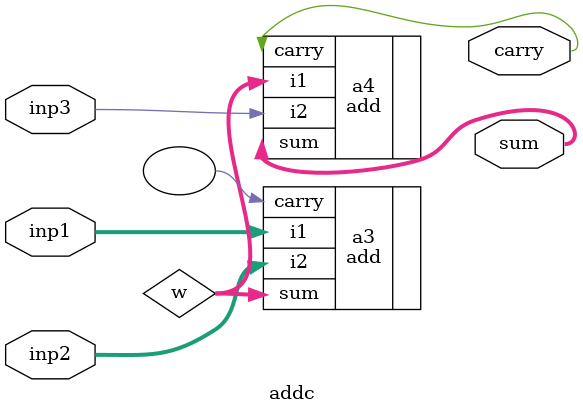
<source format=v>
module addc(inp1, inp2, inp3, sum, carry);
	input[7:0] inp1, inp2;
	input inp3;
	output[7:0] sum;
	output carry;
	wire[7:0] w;
	add a3(
        .i1(inp1), .i2(inp2), .sum(w), .carry()
    );
    add a4(
        .i1(w), .i2(inp3), .sum(sum), .carry(carry)
    );
endmodule
</source>
